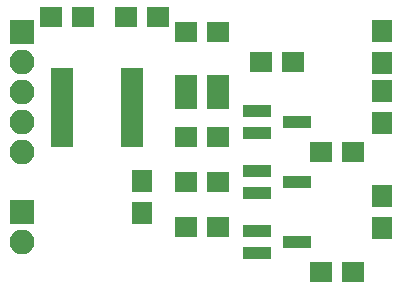
<source format=gbr>
G04 #@! TF.FileFunction,Soldermask,Top*
%FSLAX46Y46*%
G04 Gerber Fmt 4.6, Leading zero omitted, Abs format (unit mm)*
G04 Created by KiCad (PCBNEW 4.0.6) date Thu Aug 31 18:27:20 2017*
%MOMM*%
%LPD*%
G01*
G04 APERTURE LIST*
%ADD10C,0.100000*%
%ADD11R,1.700000X1.900000*%
%ADD12R,2.100000X2.100000*%
%ADD13O,2.100000X2.100000*%
%ADD14R,2.400000X1.100000*%
%ADD15R,1.900000X1.700000*%
%ADD16R,1.960000X1.050000*%
%ADD17R,1.850000X0.850000*%
G04 APERTURE END LIST*
D10*
D11*
X154940000Y-94060000D03*
X154940000Y-91360000D03*
X154940000Y-99140000D03*
X154940000Y-96440000D03*
X154940000Y-108030000D03*
X154940000Y-105330000D03*
D12*
X124460000Y-106680000D03*
D13*
X124460000Y-109220000D03*
D12*
X124460000Y-91440000D03*
D13*
X124460000Y-93980000D03*
X124460000Y-96520000D03*
X124460000Y-99060000D03*
X124460000Y-101600000D03*
D14*
X144350000Y-98110000D03*
X144350000Y-100010000D03*
X147750000Y-99060000D03*
X144350000Y-103190000D03*
X144350000Y-105090000D03*
X147750000Y-104140000D03*
X144350000Y-108270000D03*
X144350000Y-110170000D03*
X147750000Y-109220000D03*
D11*
X134620000Y-104060000D03*
X134620000Y-106760000D03*
D15*
X133270000Y-90170000D03*
X135970000Y-90170000D03*
X138350000Y-91440000D03*
X141050000Y-91440000D03*
X141050000Y-100330000D03*
X138350000Y-100330000D03*
X129620000Y-90170000D03*
X126920000Y-90170000D03*
X147400000Y-93980000D03*
X144700000Y-93980000D03*
X141050000Y-104140000D03*
X138350000Y-104140000D03*
X152480000Y-101600000D03*
X149780000Y-101600000D03*
X141050000Y-107950000D03*
X138350000Y-107950000D03*
X152480000Y-111760000D03*
X149780000Y-111760000D03*
D16*
X141050000Y-97470000D03*
X141050000Y-96520000D03*
X141050000Y-95570000D03*
X138350000Y-95570000D03*
X138350000Y-97470000D03*
X138350000Y-96520000D03*
D17*
X127860000Y-94865000D03*
X127860000Y-95515000D03*
X127860000Y-96165000D03*
X127860000Y-96815000D03*
X127860000Y-97465000D03*
X127860000Y-98115000D03*
X127860000Y-98765000D03*
X127860000Y-99415000D03*
X127860000Y-100065000D03*
X127860000Y-100715000D03*
X133760000Y-100715000D03*
X133760000Y-100065000D03*
X133760000Y-99415000D03*
X133760000Y-98765000D03*
X133760000Y-98115000D03*
X133760000Y-97465000D03*
X133760000Y-96815000D03*
X133760000Y-96165000D03*
X133760000Y-95515000D03*
X133760000Y-94865000D03*
M02*

</source>
